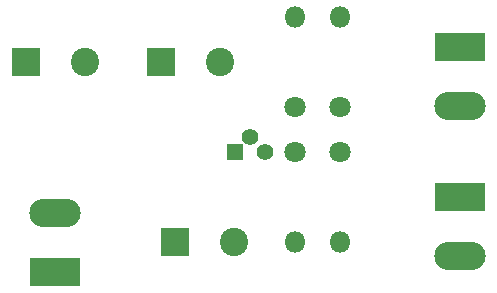
<source format=gbr>
G04 #@! TF.FileFunction,Soldermask,Bot*
%FSLAX46Y46*%
G04 Gerber Fmt 4.6, Leading zero omitted, Abs format (unit mm)*
G04 Created by KiCad (PCBNEW 4.0.7) date 05/02/18 11:03:43*
%MOMM*%
%LPD*%
G01*
G04 APERTURE LIST*
%ADD10C,0.100000*%
%ADD11C,1.800000*%
%ADD12O,1.800000X1.800000*%
%ADD13R,2.400000X2.400000*%
%ADD14C,2.400000*%
%ADD15C,1.400000*%
%ADD16R,1.400000X1.400000*%
%ADD17R,4.360000X2.380000*%
%ADD18O,4.360000X2.380000*%
G04 APERTURE END LIST*
D10*
D11*
X148590000Y-101600000D03*
D12*
X148590000Y-93980000D03*
D13*
X125810000Y-97790000D03*
D14*
X130810000Y-97790000D03*
D15*
X144780000Y-104140000D03*
X146050000Y-105410000D03*
D16*
X143510000Y-105410000D03*
D13*
X137240000Y-97790000D03*
D14*
X142240000Y-97790000D03*
D17*
X162560000Y-96520000D03*
D18*
X162560000Y-101520000D03*
D13*
X138430000Y-113030000D03*
D14*
X143430000Y-113030000D03*
D17*
X128270000Y-115570000D03*
D18*
X128270000Y-110570000D03*
D17*
X162560000Y-109220000D03*
D18*
X162560000Y-114220000D03*
D11*
X152400000Y-101600000D03*
D12*
X152400000Y-93980000D03*
D11*
X148590000Y-105410000D03*
D12*
X148590000Y-113030000D03*
D11*
X152400000Y-105410000D03*
D12*
X152400000Y-113030000D03*
M02*

</source>
